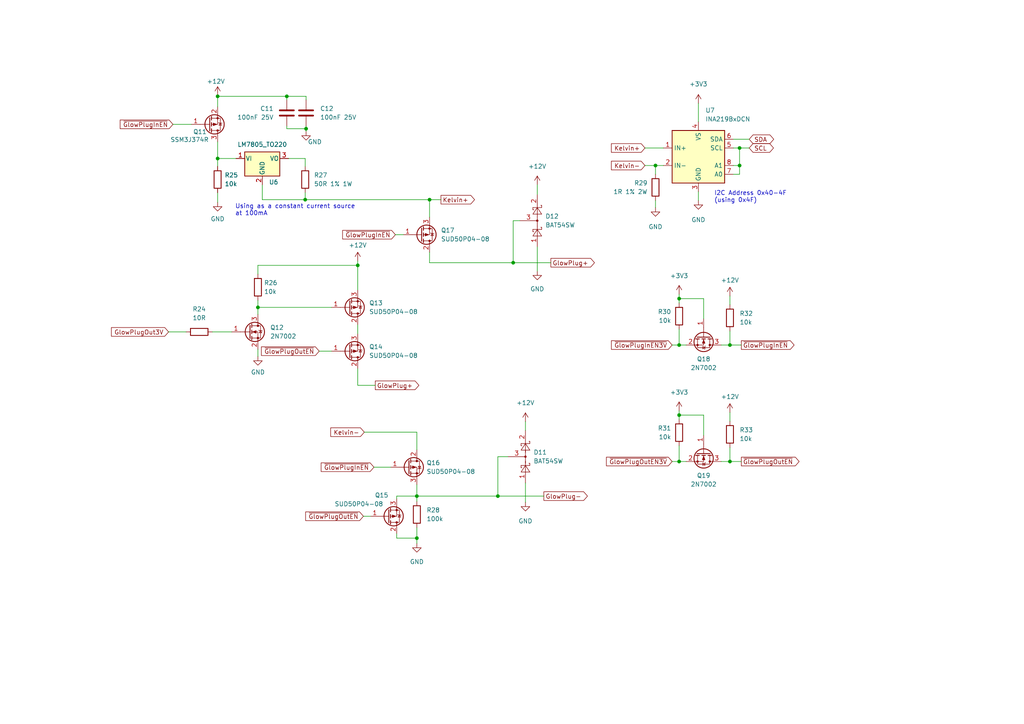
<source format=kicad_sch>
(kicad_sch (version 20211123) (generator eeschema)
  (paper "A4")
  (title_block (title "Webasto Replacement Mainboard (Thermo Top C)") (date "2023-02-14") (rev "2.0") (company "Gavin Hurlbut"))
  (lib_symbols
    (symbol "+12V_1" (power) (pin_names (offset 0))
      (property "Value" "+12V_1" (at 0 3.556 0))
      (symbol "+12V_1_0_1"
        (polyline (pts (xy -0.762 1.27) (xy 0 2.54)))
        (polyline (pts (xy 0 0) (xy 0 2.54)))
        (polyline (pts (xy 0 2.54) (xy 0.762 1.27)))
      )
      (symbol "+12V_1_1_1"
        (pin power_in line (at 0 0 90) (length 0) hide (name "+12V") (number "1"))
      )
    )
    (symbol "+12V_2" (power) (pin_names (offset 0))
      (property "Value" "+12V_2" (at 0 3.556 0))
      (symbol "+12V_2_0_1"
        (polyline (pts (xy -0.762 1.27) (xy 0 2.54)))
        (polyline (pts (xy 0 0) (xy 0 2.54)))
        (polyline (pts (xy 0 2.54) (xy 0.762 1.27)))
      )
      (symbol "+12V_2_1_1"
        (pin power_in line (at 0 0 90) (length 0) hide (name "+12V") (number "1"))
      )
    )
    (symbol "+12V_3" (power) (pin_names (offset 0))
      (property "Value" "+12V_3" (at 0 3.556 0))
      (symbol "+12V_3_0_1"
        (polyline (pts (xy -0.762 1.27) (xy 0 2.54)))
        (polyline (pts (xy 0 0) (xy 0 2.54)))
        (polyline (pts (xy 0 2.54) (xy 0.762 1.27)))
      )
      (symbol "+12V_3_1_1"
        (pin power_in line (at 0 0 90) (length 0) hide (name "+12V") (number "1"))
      )
    )
    (symbol "+3V3_1" (power) (pin_names (offset 0))
      (property "Value" "+3V3_1" (at 0 3.556 0))
      (symbol "+3V3_1_0_1"
        (polyline (pts (xy -0.762 1.27) (xy 0 2.54)))
        (polyline (pts (xy 0 0) (xy 0 2.54)))
        (polyline (pts (xy 0 2.54) (xy 0.762 1.27)))
      )
      (symbol "+3V3_1_1_1"
        (pin power_in line (at 0 0 90) (length 0) hide (name "+3V3") (number "1"))
      )
    )
    (symbol "+3V3_2" (power) (pin_names (offset 0))
      (property "Value" "+3V3_2" (at 0 3.556 0))
      (symbol "+3V3_2_0_1"
        (polyline (pts (xy -0.762 1.27) (xy 0 2.54)))
        (polyline (pts (xy 0 0) (xy 0 2.54)))
        (polyline (pts (xy 0 2.54) (xy 0.762 1.27)))
      )
      (symbol "+3V3_2_1_1"
        (pin power_in line (at 0 0 90) (length 0) hide (name "+3V3") (number "1"))
      )
    )
    (symbol "Analog_ADC:INA219BxDCN"
      (property "Reference" "U" (at -6.35 8.89 0))
      (property "Value" "INA219BxDCN" (at 6.35 8.89 0))
      (symbol "INA219BxDCN_0_1"
        (rectangle (start -7.62 7.62) (end 7.62 -7.62) (stroke (width 0.254)) (fill (type background)))
      )
      (symbol "INA219BxDCN_1_1"
        (pin input line (at -10.16 2.54 0) (length 2.54) (name "IN+") (number "1"))
        (pin input line (at -10.16 -2.54 0) (length 2.54) (name "IN-") (number "2"))
        (pin power_in line (at 0 -10.16 90) (length 2.54) (name "GND") (number "3"))
        (pin power_in line (at 0 10.16 270) (length 2.54) (name "VS") (number "4"))
        (pin input line (at 10.16 2.54 180) (length 2.54) (name "SCL") (number "5"))
        (pin bidirectional line (at 10.16 5.08 180) (length 2.54) (name "SDA") (number "6"))
        (pin input line (at 10.16 -5.08 180) (length 2.54) (name "A0") (number "7"))
        (pin input line (at 10.16 -2.54 180) (length 2.54) (name "A1") (number "8"))
      )
    )
    (symbol "Device:C" (pin_numbers hide) (pin_names (offset 0.254))
      (property "Reference" "C" (at 0.635 2.54 0))
      (property "Value" "C" (at 0.635 -2.54 0))
      (symbol "C_0_1"
        (polyline (pts (xy -2.032 -0.762) (xy 2.032 -0.762)) (stroke (width 0.508)))
        (polyline (pts (xy -2.032 0.762) (xy 2.032 0.762)) (stroke (width 0.508)))
      )
      (symbol "C_1_1"
        (pin passive line (at 0 3.81 270) (length 2.794) (name "~") (number "1"))
        (pin passive line (at 0 -3.81 90) (length 2.794) (name "~") (number "2"))
      )
    )
    (symbol "Device:R" (pin_numbers hide) (pin_names (offset 0))
      (property "Reference" "R" (at 2.032 0 90))
      (property "Value" "R" (at 0 0 90))
      (symbol "R_0_1"
        (rectangle (start -1.016 -2.54) (end 1.016 2.54) (stroke (width 0.254)))
      )
      (symbol "R_1_1"
        (pin passive line (at 0 3.81 270) (length 1.27) (name "~") (number "1"))
        (pin passive line (at 0 -3.81 90) (length 1.27) (name "~") (number "2"))
      )
    )
    (symbol "Diode:BAT54SW" (pin_names (offset 1.016))
      (property "Reference" "D" (at 0.635 -3.81 0))
      (property "Value" "BAT54SW" (at -6.35 3.175 0))
      (symbol "BAT54SW_0_1"
        (polyline (pts (xy -3.81 0) (xy -1.27 0)))
        (polyline (pts (xy -3.175 -1.27) (xy -3.175 -1.016)))
        (polyline (pts (xy -2.54 -1.27) (xy -3.175 -1.27)))
        (polyline (pts (xy -2.54 -1.27) (xy -2.54 1.27)))
        (polyline (pts (xy -2.54 1.27) (xy -1.905 1.27)))
        (polyline (pts (xy -1.905 0) (xy 1.905 0)))
        (polyline (pts (xy -1.905 1.27) (xy -1.905 1.016)))
        (polyline (pts (xy 1.27 0) (xy 3.81 0)))
        (polyline (pts (xy 3.175 -1.27) (xy 3.175 -1.016)))
        (polyline (pts (xy 3.81 -1.27) (xy 3.175 -1.27)))
        (polyline (pts (xy 3.81 -1.27) (xy 3.81 1.27)))
        (polyline (pts (xy 3.81 1.27) (xy 4.445 1.27)))
        (polyline (pts (xy 4.445 1.27) (xy 4.445 1.016)))
        (polyline (pts (xy -4.445 1.27) (xy -4.445 -1.27) (xy -2.54 0) (xy -4.445 1.27)))
        (polyline (pts (xy 1.905 1.27) (xy 1.905 -1.27) (xy 3.81 0) (xy 1.905 1.27)))
        (circle (center 0 0) (radius 0.254) (fill (type outline)))
      )
      (symbol "BAT54SW_1_1"
        (pin passive line (at -7.62 0 0) (length 3.81) (name "~") (number "1"))
        (pin passive line (at 7.62 0 180) (length 3.81) (name "~") (number "2"))
        (pin passive line (at 0 -5.08 90) (length 5.08) (name "~") (number "3"))
      )
    )
    (symbol "GND_2" (power) (pin_names (offset 0))
      (property "Value" "GND_2" (at 0 -3.81 0))
      (symbol "GND_2_0_1"
        (polyline (pts (xy 0 0) (xy 0 -1.27) (xy 1.27 -1.27) (xy 0 -2.54) (xy -1.27 -1.27) (xy 0 -1.27)))
      )
      (symbol "GND_2_1_1"
        (pin power_in line (at 0 0 270) (length 0) hide (name "GND") (number "1"))
      )
    )
    (symbol "GND_3" (power) (pin_names (offset 0))
      (property "Value" "GND_3" (at 0 -3.81 0))
      (symbol "GND_3_0_1"
        (polyline (pts (xy 0 0) (xy 0 -1.27) (xy 1.27 -1.27) (xy 0 -2.54) (xy -1.27 -1.27) (xy 0 -1.27)))
      )
      (symbol "GND_3_1_1"
        (pin power_in line (at 0 0 270) (length 0) hide (name "GND") (number "1"))
      )
    )
    (symbol "GND_5" (power) (pin_names (offset 0))
      (property "Value" "GND_5" (at 0 -3.81 0))
      (symbol "GND_5_0_1"
        (polyline (pts (xy 0 0) (xy 0 -1.27) (xy 1.27 -1.27) (xy 0 -2.54) (xy -1.27 -1.27) (xy 0 -1.27)))
      )
      (symbol "GND_5_1_1"
        (pin power_in line (at 0 0 270) (length 0) hide (name "GND") (number "1"))
      )
    )
    (symbol "GND_8" (power) (pin_names (offset 0))
      (property "Value" "GND_8" (at 0 -3.81 0))
      (symbol "GND_8_0_1"
        (polyline (pts (xy 0 0) (xy 0 -1.27) (xy 1.27 -1.27) (xy 0 -2.54) (xy -1.27 -1.27) (xy 0 -1.27)))
      )
      (symbol "GND_8_1_1"
        (pin power_in line (at 0 0 270) (length 0) hide (name "GND") (number "1"))
      )
    )
    (symbol "GND_9" (power) (pin_names (offset 0))
      (property "Value" "GND_9" (at 0 -3.81 0))
      (symbol "GND_9_0_1"
        (polyline (pts (xy 0 0) (xy 0 -1.27) (xy 1.27 -1.27) (xy 0 -2.54) (xy -1.27 -1.27) (xy 0 -1.27)))
      )
      (symbol "GND_9_1_1"
        (pin power_in line (at 0 0 270) (length 0) hide (name "GND") (number "1"))
      )
    )
    (symbol "Regulator_Linear:LM7805_TO220" (pin_names (offset 0.254))
      (property "Reference" "U" (at -3.81 3.175 0))
      (property "Value" "LM7805_TO220" (at 0 3.175 0))
      (symbol "LM7805_TO220_0_1"
        (rectangle (start -5.08 1.905) (end 5.08 -5.08) (stroke (width 0.254)) (fill (type background)))
      )
      (symbol "LM7805_TO220_1_1"
        (pin power_in line (at -7.62 0 0) (length 2.54) (name "VI") (number "1"))
        (pin power_in line (at 0 -7.62 90) (length 2.54) (name "GND") (number "2"))
        (pin power_out line (at 7.62 0 180) (length 2.54) (name "VO") (number "3"))
      )
    )
    (symbol "Transistor_FET:2N7002" (pin_names hide)
      (property "Reference" "Q" (at 5.08 1.905 0))
      (property "Value" "2N7002" (at 5.08 0 0))
      (symbol "2N7002_0_1"
        (polyline (pts (xy 0.254 0) (xy -2.54 0)))
        (polyline (pts (xy 0.254 1.905) (xy 0.254 -1.905)) (stroke (width 0.254)))
        (polyline (pts (xy 0.762 -1.27) (xy 0.762 -2.286)) (stroke (width 0.254)))
        (polyline (pts (xy 0.762 0.508) (xy 0.762 -0.508)) (stroke (width 0.254)))
        (polyline (pts (xy 0.762 2.286) (xy 0.762 1.27)) (stroke (width 0.254)))
        (polyline (pts (xy 2.54 2.54) (xy 2.54 1.778)))
        (polyline (pts (xy 2.54 -2.54) (xy 2.54 0) (xy 0.762 0)))
        (polyline (pts (xy 0.762 -1.778) (xy 3.302 -1.778) (xy 3.302 1.778) (xy 0.762 1.778)))
        (polyline (pts (xy 1.016 0) (xy 2.032 0.381) (xy 2.032 -0.381) (xy 1.016 0)) (fill (type outline)))
        (polyline (pts (xy 2.794 0.508) (xy 2.921 0.381) (xy 3.683 0.381) (xy 3.81 0.254)))
        (polyline (pts (xy 3.302 0.381) (xy 2.921 -0.254) (xy 3.683 -0.254) (xy 3.302 0.381)))
        (circle (center 1.651 0) (radius 2.794) (stroke (width 0.254)))
        (circle (center 2.54 -1.778) (radius 0.254) (fill (type outline)))
        (circle (center 2.54 1.778) (radius 0.254) (fill (type outline)))
      )
      (symbol "2N7002_1_1"
        (pin input line (at -5.08 0 0) (length 2.54) (name "G") (number "1"))
        (pin passive line (at 2.54 -5.08 90) (length 2.54) (name "S") (number "2"))
        (pin passive line (at 2.54 5.08 270) (length 2.54) (name "D") (number "3"))
      )
    )
    (symbol "Transistor_FET:AO3401A" (pin_names hide)
      (property "Reference" "Q" (at 5.08 1.905 0))
      (property "Value" "AO3401A" (at 5.08 0 0))
      (symbol "AO3401A_0_1"
        (polyline (pts (xy 0.254 0) (xy -2.54 0)))
        (polyline (pts (xy 0.254 1.905) (xy 0.254 -1.905)) (stroke (width 0.254)))
        (polyline (pts (xy 0.762 -1.27) (xy 0.762 -2.286)) (stroke (width 0.254)))
        (polyline (pts (xy 0.762 0.508) (xy 0.762 -0.508)) (stroke (width 0.254)))
        (polyline (pts (xy 0.762 2.286) (xy 0.762 1.27)) (stroke (width 0.254)))
        (polyline (pts (xy 2.54 2.54) (xy 2.54 1.778)))
        (polyline (pts (xy 2.54 -2.54) (xy 2.54 0) (xy 0.762 0)))
        (polyline (pts (xy 0.762 1.778) (xy 3.302 1.778) (xy 3.302 -1.778) (xy 0.762 -1.778)))
        (polyline (pts (xy 2.286 0) (xy 1.27 0.381) (xy 1.27 -0.381) (xy 2.286 0)) (fill (type outline)))
        (polyline (pts (xy 2.794 -0.508) (xy 2.921 -0.381) (xy 3.683 -0.381) (xy 3.81 -0.254)))
        (polyline (pts (xy 3.302 -0.381) (xy 2.921 0.254) (xy 3.683 0.254) (xy 3.302 -0.381)))
        (circle (center 1.651 0) (radius 2.794) (stroke (width 0.254)))
        (circle (center 2.54 -1.778) (radius 0.254) (fill (type outline)))
        (circle (center 2.54 1.778) (radius 0.254) (fill (type outline)))
      )
      (symbol "AO3401A_1_1"
        (pin input line (at -5.08 0 0) (length 2.54) (name "G") (number "1"))
        (pin passive line (at 2.54 -5.08 90) (length 2.54) (name "S") (number "2"))
        (pin passive line (at 2.54 5.08 270) (length 2.54) (name "D") (number "3"))
      )
    )
    (symbol "Transistor_FET:SUD50P04-08" (pin_names hide)
      (property "Reference" "Q" (at 4.953 1.905 0))
      (property "Value" "SUD50P04-08" (at 4.953 0 0))
      (symbol "SUD50P04-08_0_1"
        (polyline (pts (xy 0.254 0) (xy -2.54 0)))
        (polyline (pts (xy 0.254 1.905) (xy 0.254 -1.905)) (stroke (width 0.254)))
        (polyline (pts (xy 0.762 -1.27) (xy 0.762 -2.286)) (stroke (width 0.254)))
        (polyline (pts (xy 0.762 0.508) (xy 0.762 -0.508)) (stroke (width 0.254)))
        (polyline (pts (xy 0.762 2.286) (xy 0.762 1.27)) (stroke (width 0.254)))
        (polyline (pts (xy 2.54 2.54) (xy 2.54 1.778)))
        (polyline (pts (xy 2.54 -2.54) (xy 2.54 0) (xy 0.762 0)))
        (polyline (pts (xy 0.762 1.778) (xy 3.302 1.778) (xy 3.302 -1.778) (xy 0.762 -1.778)))
        (polyline (pts (xy 2.286 0) (xy 1.27 0.381) (xy 1.27 -0.381) (xy 2.286 0)) (fill (type outline)))
        (polyline (pts (xy 2.794 -0.508) (xy 2.921 -0.381) (xy 3.683 -0.381) (xy 3.81 -0.254)))
        (polyline (pts (xy 3.302 -0.381) (xy 2.921 0.254) (xy 3.683 0.254) (xy 3.302 -0.381)))
        (circle (center 1.651 0) (radius 2.794) (stroke (width 0.254)))
        (circle (center 2.54 -1.778) (radius 0.254) (fill (type outline)))
        (circle (center 2.54 1.778) (radius 0.254) (fill (type outline)))
      )
      (symbol "SUD50P04-08_1_1"
        (pin input line (at -5.08 0 0) (length 2.54) (name "G") (number "1"))
        (pin passive line (at 2.54 5.08 270) (length 2.54) (name "D") (number "2"))
        (pin passive line (at 2.54 -5.08 90) (length 2.54) (name "S") (number "3"))
      )
    )
    (symbol "power:+12V" (power) (pin_names (offset 0))
      (property "Value" "+12V" (at 0 3.556 0))
      (symbol "+12V_0_1"
        (polyline (pts (xy -0.762 1.27) (xy 0 2.54)))
        (polyline (pts (xy 0 0) (xy 0 2.54)))
        (polyline (pts (xy 0 2.54) (xy 0.762 1.27)))
      )
      (symbol "+12V_1_1"
        (pin power_in line (at 0 0 90) (length 0) hide (name "+12V") (number "1"))
      )
    )
    (symbol "power:GND" (power) (pin_names (offset 0))
      (property "Value" "GND" (at 0 -3.81 0))
      (symbol "GND_0_1"
        (polyline (pts (xy 0 0) (xy 0 -1.27) (xy 1.27 -1.27) (xy 0 -2.54) (xy -1.27 -1.27) (xy 0 -1.27)))
      )
      (symbol "GND_1_1"
        (pin power_in line (at 0 0 270) (length 0) hide (name "GND") (number "1"))
      )
    )
  )
  (junction (at 144.399 143.891))
  (junction (at 88.773 37.338))
  (junction (at 120.904 143.891))
  (junction (at 74.803 89.154))
  (junction (at 83.185 27.94))
  (junction (at 211.709 100.076))
  (junction (at 124.587 57.912))
  (junction (at 88.519 57.912))
  (junction (at 190.119 48.006))
  (junction (at 63.119 27.94))
  (junction (at 196.977 100.076))
  (junction (at 196.977 120.396))
  (junction (at 214.503 42.926))
  (junction (at 214.503 48.006))
  (junction (at 103.759 76.962))
  (junction (at 211.709 133.858))
  (junction (at 196.977 133.858))
  (junction (at 63.119 45.974))
  (junction (at 120.904 156.083))
  (junction (at 148.844 76.2))
  (junction (at 196.977 86.614))
  (wire (pts (xy 120.904 143.891) (xy 144.399 143.891)))
  (wire (pts (xy 88.519 57.912) (xy 124.587 57.912)))
  (wire (pts (xy 50.165 36.068) (xy 55.499 36.068)))
  (wire (pts (xy 88.519 55.88) (xy 88.519 57.912)))
  (wire (pts (xy 103.759 111.76) (xy 108.839 111.76)))
  (wire (pts (xy 196.977 100.076) (xy 199.009 100.076)))
  (wire (pts (xy 63.119 48.26) (xy 63.119 45.974)))
  (wire (pts (xy 144.399 132.461) (xy 144.399 143.891)))
  (wire (pts (xy 196.977 120.396) (xy 196.977 121.666)))
  (wire (pts (xy 214.503 48.006) (xy 214.503 42.926)))
  (wire (pts (xy 212.725 48.006) (xy 214.503 48.006)))
  (wire (pts (xy 115.062 154.813) (xy 115.062 156.083)))
  (wire (pts (xy 144.399 143.891) (xy 157.734 143.891)))
  (wire (pts (xy 211.709 129.794) (xy 211.709 133.858)))
  (wire (pts (xy 211.709 133.858) (xy 215.011 133.858)))
  (wire (pts (xy 190.119 58.166) (xy 190.119 60.198)))
  (wire (pts (xy 74.803 89.154) (xy 96.139 89.154)))
  (wire (pts (xy 211.709 96.012) (xy 211.709 100.076)))
  (wire (pts (xy 115.062 144.653) (xy 115.062 143.891)))
  (wire (pts (xy 194.945 133.858) (xy 196.977 133.858)))
  (wire (pts (xy 74.803 79.502) (xy 74.803 76.962)))
  (wire (pts (xy 63.119 41.148) (xy 63.119 45.974)))
  (wire (pts (xy 202.565 29.972) (xy 202.565 35.306)))
  (wire (pts (xy 88.773 36.576) (xy 88.773 37.338)))
  (wire (pts (xy 103.759 75.692) (xy 103.759 76.962)))
  (wire (pts (xy 48.895 96.266) (xy 53.975 96.266)))
  (wire (pts (xy 148.844 64.008) (xy 148.844 76.2)))
  (wire (pts (xy 103.759 76.962) (xy 103.759 84.074)))
  (wire (pts (xy 196.977 120.396) (xy 204.089 120.396)))
  (wire (pts (xy 115.062 143.891) (xy 120.904 143.891)))
  (wire (pts (xy 83.185 27.94) (xy 88.773 27.94)))
  (wire (pts (xy 61.595 96.266) (xy 67.183 96.266)))
  (wire (pts (xy 196.977 129.286) (xy 196.977 133.858)))
  (wire (pts (xy 63.119 45.974) (xy 68.453 45.974)))
  (wire (pts (xy 120.904 125.349) (xy 120.904 130.429)))
  (wire (pts (xy 196.977 85.344) (xy 196.977 86.614)))
  (wire (pts (xy 190.119 48.006) (xy 192.405 48.006)))
  (wire (pts (xy 63.119 27.94) (xy 63.119 30.988)))
  (wire (pts (xy 124.587 73.152) (xy 124.587 76.2)))
  (wire (pts (xy 83.185 27.94) (xy 83.185 28.956)))
  (wire (pts (xy 152.4 140.081) (xy 152.4 145.669)))
  (wire (pts (xy 76.073 57.912) (xy 76.073 53.594)))
  (wire (pts (xy 212.725 40.386) (xy 217.297 40.386)))
  (wire (pts (xy 74.803 76.962) (xy 103.759 76.962)))
  (wire (pts (xy 88.519 57.912) (xy 76.073 57.912)))
  (wire (pts (xy 147.32 132.461) (xy 144.399 132.461)))
  (wire (pts (xy 83.185 36.576) (xy 83.185 37.338)))
  (wire (pts (xy 196.977 119.126) (xy 196.977 120.396)))
  (wire (pts (xy 155.829 71.628) (xy 155.829 78.613)))
  (wire (pts (xy 92.583 101.854) (xy 96.139 101.854)))
  (wire (pts (xy 209.169 133.858) (xy 211.709 133.858)))
  (wire (pts (xy 108.458 135.509) (xy 113.284 135.509)))
  (wire (pts (xy 124.587 76.2) (xy 148.844 76.2)))
  (wire (pts (xy 120.904 143.891) (xy 120.904 145.415)))
  (wire (pts (xy 192.405 42.926) (xy 187.071 42.926)))
  (wire (pts (xy 120.904 153.035) (xy 120.904 156.083)))
  (wire (pts (xy 74.803 101.346) (xy 74.803 103.378)))
  (wire (pts (xy 152.4 124.841) (xy 152.4 122.301)))
  (wire (pts (xy 83.693 45.974) (xy 88.519 45.974)))
  (wire (pts (xy 120.904 140.589) (xy 120.904 143.891)))
  (wire (pts (xy 190.119 48.006) (xy 190.119 50.546)))
  (wire (pts (xy 63.119 27.94) (xy 83.185 27.94)))
  (wire (pts (xy 211.709 85.852) (xy 211.709 88.392)))
  (wire (pts (xy 150.749 64.008) (xy 148.844 64.008)))
  (wire (pts (xy 202.565 55.626) (xy 202.565 58.166)))
  (wire (pts (xy 211.709 100.076) (xy 215.011 100.076)))
  (wire (pts (xy 105.664 125.349) (xy 120.904 125.349)))
  (wire (pts (xy 212.725 42.926) (xy 214.503 42.926)))
  (wire (pts (xy 74.803 89.154) (xy 74.803 91.186)))
  (wire (pts (xy 115.062 156.083) (xy 120.904 156.083)))
  (wire (pts (xy 114.681 68.072) (xy 116.967 68.072)))
  (wire (pts (xy 105.41 149.733) (xy 107.442 149.733)))
  (wire (pts (xy 204.089 126.238) (xy 204.089 120.396)))
  (wire (pts (xy 103.759 94.234) (xy 103.759 96.774)))
  (wire (pts (xy 88.773 27.94) (xy 88.773 28.956)))
  (wire (pts (xy 211.709 119.634) (xy 211.709 122.174)))
  (wire (pts (xy 148.844 76.2) (xy 159.766 76.2)))
  (wire (pts (xy 214.503 42.926) (xy 217.297 42.926)))
  (wire (pts (xy 83.185 37.338) (xy 88.773 37.338)))
  (wire (pts (xy 74.803 87.122) (xy 74.803 89.154)))
  (wire (pts (xy 196.977 95.504) (xy 196.977 100.076)))
  (wire (pts (xy 196.977 86.614) (xy 204.089 86.614)))
  (wire (pts (xy 88.773 37.338) (xy 88.773 38.1)))
  (wire (pts (xy 194.945 100.076) (xy 196.977 100.076)))
  (wire (pts (xy 196.977 133.858) (xy 199.009 133.858)))
  (wire (pts (xy 124.587 57.912) (xy 124.587 62.992)))
  (wire (pts (xy 212.725 50.546) (xy 214.503 50.546)))
  (wire (pts (xy 63.119 55.88) (xy 63.119 58.674)))
  (wire (pts (xy 187.071 48.006) (xy 190.119 48.006)))
  (wire (pts (xy 124.587 57.912) (xy 127.889 57.912)))
  (wire (pts (xy 204.089 92.456) (xy 204.089 86.614)))
  (wire (pts (xy 214.503 50.546) (xy 214.503 48.006)))
  (wire (pts (xy 103.759 106.934) (xy 103.759 111.76)))
  (wire (pts (xy 120.904 156.083) (xy 120.904 157.607)))
  (wire (pts (xy 88.519 45.974) (xy 88.519 48.26)))
  (wire (pts (xy 209.169 100.076) (xy 211.709 100.076)))
  (wire (pts (xy 155.829 53.594) (xy 155.829 56.388)))
  (wire (pts (xy 196.977 86.614) (xy 196.977 87.884)))
  (wire (pts (xy 63.119 27.686) (xy 63.119 27.94)))
  (text "I2C Address 0x40-4F\n(using 0x4F)" (at 207.137 58.928 0) (effects (font (size 1.27 1.27)) (justify left bottom)))
  (text "Using as a constant current source\nat 100mA" (at 68.199 62.738 0) (effects (font (size 1.27 1.27)) (justify left bottom)))
  (global_label "Kelvin+" (shape output) (at 127.889 57.912 0) (property "Intersheet References" "${INTERSHEET_REFS}" (effects hide)))
  (global_label "SCL" (shape bidirectional) (at 217.297 42.926 0) (property "Intersheet References" "${INTERSHEET_REFS}" (effects hide)))
  (global_label "~{GlowPlugInEN}" (shape input) (at 108.458 135.509 180) (property "Intersheet References" "${INTERSHEET_REFS}" (effects hide)))
  (global_label "Kelvin-" (shape input) (at 105.664 125.349 180) (property "Intersheet References" "${INTERSHEET_REFS}" (effects hide)))
  (global_label "Kelvin-" (shape input) (at 187.071 48.006 180) (property "Intersheet References" "${INTERSHEET_REFS}" (effects hide)))
  (global_label "~{GlowPlugOutEN}" (shape input) (at 92.583 101.854 180) (property "Intersheet References" "${INTERSHEET_REFS}" (effects hide)))
  (global_label "~{GlowPlugInEN}" (shape output) (at 215.011 100.076 0) (property "Intersheet References" "${INTERSHEET_REFS}" (effects hide)))
  (global_label "~{GlowPlugInEN}" (shape input) (at 114.681 68.072 180) (property "Intersheet References" "${INTERSHEET_REFS}" (effects hide)))
  (global_label "GlowPlug+" (shape output) (at 108.839 111.76 0) (property "Intersheet References" "${INTERSHEET_REFS}" (effects hide)))
  (global_label "SDA" (shape bidirectional) (at 217.297 40.386 0) (property "Intersheet References" "${INTERSHEET_REFS}" (effects hide)))
  (global_label "GlowPlug+" (shape output) (at 159.766 76.2 0) (property "Intersheet References" "${INTERSHEET_REFS}" (effects hide)))
  (global_label "GlowPlugOut3V" (shape input) (at 48.895 96.266 180) (property "Intersheet References" "${INTERSHEET_REFS}" (effects hide)))
  (global_label "~{GlowPlugInEN}" (shape input) (at 50.165 36.068 180) (property "Intersheet References" "${INTERSHEET_REFS}" (effects hide)))
  (global_label "~{GlowPlugOutEN}" (shape output) (at 215.011 133.858 0) (property "Intersheet References" "${INTERSHEET_REFS}" (effects hide)))
  (global_label "~{GlowPlugOutEN}" (shape input) (at 105.41 149.733 180) (property "Intersheet References" "${INTERSHEET_REFS}" (effects hide)))
  (global_label "Kelvin+" (shape input) (at 187.071 42.926 180) (property "Intersheet References" "${INTERSHEET_REFS}" (effects hide)))
  (global_label "~{GlowPlugInEN3V}" (shape input) (at 194.945 100.076 180) (property "Intersheet References" "${INTERSHEET_REFS}" (effects hide)))
  (global_label "~{GlowPlugOutEN3V}" (shape input) (at 194.945 133.858 180) (property "Intersheet References" "${INTERSHEET_REFS}" (effects hide)))
  (global_label "GlowPlug-" (shape output) (at 157.734 143.891 0) (property "Intersheet References" "${INTERSHEET_REFS}" (effects hide)))
  (symbol (lib_id "Transistor_FET:2N7002") (at 204.089 97.536 270) (unit 1)
    (property "Reference" "Q18" (at 204.089 104.14 90))
    (property "Value" "2N7002" (at 204.089 106.68 90))
    (property "Footprint" "Package_TO_SOT_SMD:SOT-23" (effects hide))
    (property "Datasheet" "https://www.onsemi.com/pub/Collateral/NDS7002A-D.PDF" (effects hide))
  )
  (symbol (lib_name "+3V3_1") (lib_id "power:+3V3") (at 202.565 29.972 0) (unit 1)
    (property "Reference" "#PWR074" (effects hide))
    (property "Value" "+3V3" (at 202.565 24.384 0))
  )
  (symbol (lib_name "GND_8") (lib_id "power:GND") (at 202.565 58.166 0) (unit 1)
    (property "Reference" "#PWR075" (effects hide))
    (property "Value" "GND" (at 202.565 63.754 0))
  )
  (symbol (lib_id "Device:R") (at 120.904 149.225 0) (unit 1)
    (property "Reference" "R28" (at 123.698 147.9549 0) (effects (justify left)))
    (property "Value" "100k" (at 123.698 150.4949 0) (effects (justify left)))
    (property "Footprint" "Resistor_SMD:R_0805_2012Metric_Pad1.20x1.40mm_HandSolder" (effects hide))
  )
  (symbol (lib_id "Device:C") (at 83.185 32.766 0) (mirror x) (unit 1)
    (property "Reference" "C11" (at 79.375 31.4959 0) (effects (justify right)))
    (property "Value" "100nF 25V" (at 79.375 34.0359 0) (effects (justify right)))
    (property "Footprint" "Capacitor_SMD:C_0805_2012Metric_Pad1.18x1.45mm_HandSolder" (effects hide))
  )
  (symbol (lib_id "power:+12V") (at 155.829 53.594 0) (unit 1)
    (property "Reference" "#PWR069" (effects hide))
    (property "Value" "+12V" (at 155.829 48.26 0))
  )
  (symbol (lib_id "Analog_ADC:INA219BxDCN") (at 202.565 45.466 0) (unit 1)
    (property "Reference" "U7" (at 204.5844 32.004 0) (effects (justify left)))
    (property "Value" "INA219BxDCN" (at 204.5844 34.544 0) (effects (justify left)))
    (property "Footprint" "Package_TO_SOT_SMD:SOT-23-8" (effects hide))
    (property "Datasheet" "http://www.ti.com/lit/ds/symlink/ina219.pdf" (effects hide))
  )
  (symbol (lib_id "Device:R") (at 74.803 83.312 0) (unit 1)
    (property "Reference" "R26" (at 76.581 82.0419 0) (effects (justify left)))
    (property "Value" "10k" (at 76.581 84.5819 0) (effects (justify left)))
    (property "Footprint" "Resistor_SMD:R_0805_2012Metric_Pad1.20x1.40mm_HandSolder" (effects hide))
  )
  (symbol (lib_id "Transistor_FET:SUD50P04-08") (at 122.047 68.072 0) (mirror x) (unit 1)
    (property "Reference" "Q17" (at 127.889 66.8019 0) (effects (justify left)))
    (property "Value" "SUD50P04-08" (at 127.889 69.3419 0) (effects (justify left)))
    (property "Footprint" "Package_TO_SOT_SMD:TO-252-2" (effects hide))
    (property "Datasheet" "https://www.vishay.com/docs/65594/sud50p04-08.pdf" (effects hide))
  )
  (symbol (lib_id "Device:R") (at 88.519 52.07 180) (unit 1)
    (property "Reference" "R27" (at 91.059 50.7999 0) (effects (justify right)))
    (property "Value" "50R 1% 1W" (at 91.059 53.3399 0) (effects (justify right)))
    (property "Footprint" "Resistor_SMD:R_2816_7142Metric_Pad3.20x4.45mm_HandSolder" (effects hide))
  )
  (symbol (lib_name "+3V3_2") (lib_id "power:+3V3") (at 196.977 85.344 0) (unit 1)
    (property "Reference" "#PWR072" (effects hide))
    (property "Value" "+3V3" (at 196.977 80.01 0))
  )
  (symbol (lib_name "GND_2") (lib_id "power:GND") (at 74.803 103.378 0) (unit 1)
    (property "Reference" "#PWR063" (effects hide))
    (property "Value" "GND" (at 74.803 107.95 0))
  )
  (symbol (lib_id "Device:R") (at 63.119 52.07 0) (unit 1)
    (property "Reference" "R25" (at 65.151 50.7999 0) (effects (justify left)))
    (property "Value" "10k" (at 65.151 53.3399 0) (effects (justify left)))
    (property "Footprint" "Resistor_SMD:R_0805_2012Metric_Pad1.20x1.40mm_HandSolder" (effects hide))
  )
  (symbol (lib_name "+3V3_2") (lib_id "power:+3V3") (at 196.977 119.126 0) (unit 1)
    (property "Reference" "#PWR073" (effects hide))
    (property "Value" "+3V3" (at 196.977 113.792 0))
  )
  (symbol (lib_id "Device:R") (at 57.785 96.266 90) (unit 1)
    (property "Reference" "R24" (at 57.785 89.662 90))
    (property "Value" "10R" (at 57.785 92.202 90))
    (property "Footprint" "Resistor_SMD:R_0805_2012Metric_Pad1.20x1.40mm_HandSolder" (effects hide))
  )
  (symbol (lib_id "Diode:BAT54SW") (at 152.4 132.461 270) (mirror x) (unit 1)
    (property "Reference" "D11" (at 154.7368 131.1909 90) (effects (justify left)))
    (property "Value" "BAT54SW" (at 154.7368 133.7309 90) (effects (justify left)))
    (property "Footprint" "Package_TO_SOT_SMD:SOT-323_SC-70" (effects hide))
    (property "Datasheet" "https://assets.nexperia.com/documents/data-sheet/BAT54W_SER.pdf" (effects hide))
  )
  (symbol (lib_id "Transistor_FET:SUD50P04-08") (at 118.364 135.509 0) (unit 1)
    (property "Reference" "Q16" (at 123.698 134.2389 0) (effects (justify left)))
    (property "Value" "SUD50P04-08" (at 123.698 136.7789 0) (effects (justify left)))
    (property "Footprint" "Package_TO_SOT_SMD:TO-252-2" (effects hide))
    (property "Datasheet" "https://www.vishay.com/docs/65594/sud50p04-08.pdf" (effects hide))
  )
  (symbol (lib_id "Device:R") (at 196.977 125.476 0) (mirror x) (unit 1)
    (property "Reference" "R31" (at 194.691 124.2059 0) (effects (justify right)))
    (property "Value" "10k" (at 194.691 126.7459 0) (effects (justify right)))
    (property "Footprint" "Resistor_SMD:R_0805_2012Metric_Pad1.20x1.40mm_HandSolder" (effects hide))
  )
  (symbol (lib_id "Transistor_FET:2N7002") (at 204.089 131.318 270) (unit 1)
    (property "Reference" "Q19" (at 204.089 137.922 90))
    (property "Value" "2N7002" (at 204.089 140.462 90))
    (property "Footprint" "Package_TO_SOT_SMD:SOT-23" (effects hide))
    (property "Datasheet" "https://www.onsemi.com/pub/Collateral/NDS7002A-D.PDF" (effects hide))
  )
  (symbol (lib_id "Device:C") (at 88.773 32.766 180) (unit 1)
    (property "Reference" "C12" (at 92.837 31.4959 0) (effects (justify right)))
    (property "Value" "100nF 25V" (at 92.837 34.0359 0) (effects (justify right)))
    (property "Footprint" "Capacitor_SMD:C_0805_2012Metric_Pad1.18x1.45mm_HandSolder" (effects hide))
  )
  (symbol (lib_name "GND_9") (lib_id "power:GND") (at 120.904 157.607 0) (unit 1)
    (property "Reference" "#PWR066" (effects hide))
    (property "Value" "GND" (at 120.904 162.941 0))
  )
  (symbol (lib_name "+12V_3") (lib_id "power:+12V") (at 211.709 85.852 0) (unit 1)
    (property "Reference" "#PWR076" (effects hide))
    (property "Value" "+12V" (at 211.709 81.28 0))
  )
  (symbol (lib_name "GND_5") (lib_id "power:GND") (at 88.773 38.1 0) (unit 1)
    (property "Reference" "#PWR064" (effects hide))
    (property "Value" "GND" (at 91.313 41.148 0))
  )
  (symbol (lib_id "Device:R") (at 211.709 92.202 180) (unit 1)
    (property "Reference" "R32" (at 214.503 90.9319 0) (effects (justify right)))
    (property "Value" "10k" (at 214.503 93.4719 0) (effects (justify right)))
    (property "Footprint" "Resistor_SMD:R_0805_2012Metric_Pad1.20x1.40mm_HandSolder" (effects hide))
  )
  (symbol (lib_id "power:GND") (at 155.829 78.613 0) (unit 1)
    (property "Reference" "#PWR070" (effects hide))
    (property "Value" "GND" (at 155.829 83.82 0))
  )
  (symbol (lib_name "GND_8") (lib_id "power:GND") (at 190.119 60.198 0) (unit 1)
    (property "Reference" "#PWR071" (effects hide))
    (property "Value" "GND" (at 190.119 65.786 0))
  )
  (symbol (lib_id "Transistor_FET:SUD50P04-08") (at 101.219 89.154 0) (mirror x) (unit 1)
    (property "Reference" "Q13" (at 107.061 87.8839 0) (effects (justify left)))
    (property "Value" "SUD50P04-08" (at 107.061 90.4239 0) (effects (justify left)))
    (property "Footprint" "Package_TO_SOT_SMD:TO-252-2" (effects hide))
    (property "Datasheet" "https://www.vishay.com/docs/65594/sud50p04-08.pdf" (effects hide))
  )
  (symbol (lib_name "+12V_2") (lib_id "power:+12V") (at 63.119 27.686 0) (unit 1)
    (property "Reference" "#PWR061" (effects hide))
    (property "Value" "+12V" (at 62.611 23.622 0))
  )
  (symbol (lib_id "Regulator_Linear:LM7805_TO220") (at 76.073 45.974 0) (unit 1)
    (property "Reference" "U6" (at 79.375 52.832 0))
    (property "Value" "LM7805_TO220" (at 76.073 41.91 0))
    (property "Footprint" "Package_TO_SOT_THT:TO-220-3_Vertical" (effects hide))
    (property "Datasheet" "https://www.onsemi.cn/PowerSolutions/document/MC7800-D.PDF" (effects hide))
  )
  (symbol (lib_name "+12V_3") (lib_id "power:+12V") (at 211.709 119.634 0) (unit 1)
    (property "Reference" "#PWR077" (effects hide))
    (property "Value" "+12V" (at 211.709 115.062 0))
  )
  (symbol (lib_id "Diode:BAT54SW") (at 155.829 64.008 270) (mirror x) (unit 1)
    (property "Reference" "D12" (at 158.1658 62.7379 90) (effects (justify left)))
    (property "Value" "BAT54SW" (at 158.1658 65.2779 90) (effects (justify left)))
    (property "Footprint" "Package_TO_SOT_SMD:SOT-323_SC-70" (effects hide))
    (property "Datasheet" "https://assets.nexperia.com/documents/data-sheet/BAT54W_SER.pdf" (effects hide))
  )
  (symbol (lib_id "Transistor_FET:SUD50P04-08") (at 112.522 149.733 0) (mirror x) (unit 1)
    (property "Reference" "Q15" (at 108.712 143.637 0) (effects (justify left)))
    (property "Value" "SUD50P04-08" (at 97.028 146.177 0) (effects (justify left)))
    (property "Footprint" "Package_TO_SOT_SMD:TO-252-2" (effects hide))
    (property "Datasheet" "https://www.vishay.com/docs/65594/sud50p04-08.pdf" (effects hide))
  )
  (symbol (lib_id "power:GND") (at 152.4 145.669 0) (unit 1)
    (property "Reference" "#PWR068" (effects hide))
    (property "Value" "GND" (at 152.4 151.13 0))
  )
  (symbol (lib_id "power:+12V") (at 152.4 122.301 0) (unit 1)
    (property "Reference" "#PWR067" (effects hide))
    (property "Value" "+12V" (at 152.4 116.84 0))
  )
  (symbol (lib_name "GND_3") (lib_id "power:GND") (at 63.119 58.674 0) (unit 1)
    (property "Reference" "#PWR062" (effects hide))
    (property "Value" "GND" (at 63.119 63.5 0))
  )
  (symbol (lib_id "Device:R") (at 211.709 125.984 180) (unit 1)
    (property "Reference" "R33" (at 214.503 124.7139 0) (effects (justify right)))
    (property "Value" "10k" (at 214.503 127.2539 0) (effects (justify right)))
    (property "Footprint" "Resistor_SMD:R_0805_2012Metric_Pad1.20x1.40mm_HandSolder" (effects hide))
  )
  (symbol (lib_id "Device:R") (at 190.119 54.356 0) (mirror x) (unit 1)
    (property "Reference" "R29" (at 187.833 53.0859 0) (effects (justify right)))
    (property "Value" "1R 1% 2W" (at 187.833 55.6259 0) (effects (justify right)))
    (property "Footprint" "Resistor_SMD:R_2512_6332Metric_Pad1.40x3.35mm_HandSolder" (effects hide))
  )
  (symbol (lib_id "Transistor_FET:AO3401A") (at 60.579 36.068 0) (mirror x) (unit 1)
    (property "Reference" "Q11" (at 56.007 38.227 0) (effects (justify left)))
    (property "Value" "SSM3J374R" (at 49.403 40.513 0) (effects (justify left)))
    (property "Footprint" "Package_TO_SOT_SMD:SOT-23" (effects hide))
    (property "Datasheet" "http://www.aosmd.com/pdfs/datasheet/AO3401A.pdf" (effects hide))
  )
  (symbol (lib_id "Transistor_FET:2N7002") (at 72.263 96.266 0) (unit 1)
    (property "Reference" "Q12" (at 78.359 94.9959 0) (effects (justify left)))
    (property "Value" "2N7002" (at 78.359 97.5359 0) (effects (justify left)))
    (property "Footprint" "Package_TO_SOT_SMD:SOT-23" (effects hide))
    (property "Datasheet" "https://www.onsemi.com/pub/Collateral/NDS7002A-D.PDF" (effects hide))
  )
  (symbol (lib_name "+12V_1") (lib_id "power:+12V") (at 103.759 75.692 0) (unit 1)
    (property "Reference" "#PWR065" (effects hide))
    (property "Value" "+12V" (at 103.759 71.12 0))
  )
  (symbol (lib_id "Device:R") (at 196.977 91.694 0) (mirror x) (unit 1)
    (property "Reference" "R30" (at 194.691 90.4239 0) (effects (justify right)))
    (property "Value" "10k" (at 194.691 92.9639 0) (effects (justify right)))
    (property "Footprint" "Resistor_SMD:R_0805_2012Metric_Pad1.20x1.40mm_HandSolder" (effects hide))
  )
  (symbol (lib_id "Transistor_FET:SUD50P04-08") (at 101.219 101.854 0) (mirror x) (unit 1)
    (property "Reference" "Q14" (at 107.061 100.5839 0) (effects (justify left)))
    (property "Value" "SUD50P04-08" (at 107.061 103.1239 0) (effects (justify left)))
    (property "Footprint" "Package_TO_SOT_SMD:TO-252-2" (effects hide))
    (property "Datasheet" "https://www.vishay.com/docs/65594/sud50p04-08.pdf" (effects hide))
  )
)
</source>
